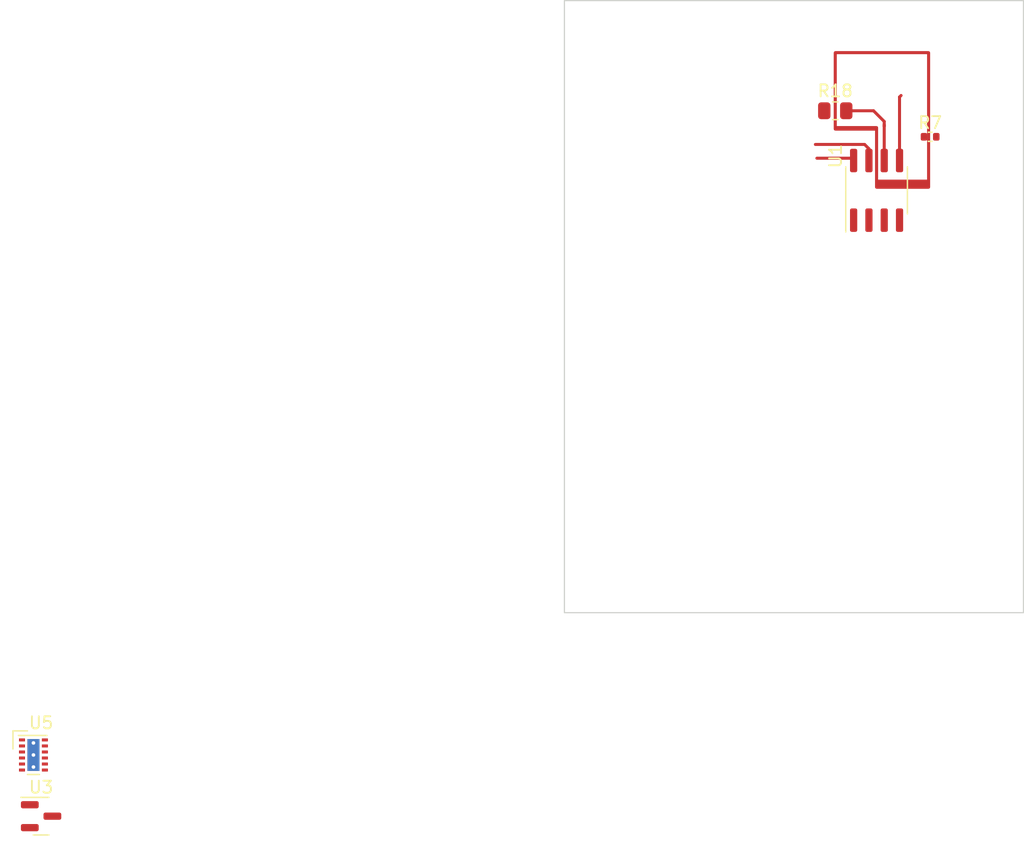
<source format=kicad_pcb>
(kicad_pcb (version 20210126) (generator pcbnew)
  (layers (0 "F.Cu" signal) (31 "B.Cu" signal) (34 "B.Paste" user) (35 "F.Paste" user) (36 "B.SilkS" user "B.Silkscreen") (37 "F.SilkS" user "F.Silkscreen") (38 "B.Mask" user) (39 "F.Mask" user) (44 "Edge.Cuts" user))
  (net 0 "")
  (net 1 "Net-(R10-Pad1)")
  (net 2 "+2V5")
  (net 3 "Net-(R10-Pad2)")
  (net 4 "-2V5")
  (net 5 "Net-(R8-Pad2)")
  (net 6 "GNDA")
  (net 7 "VREF")
  (net 8 "+3V0")
  (net 9 "Net-(R18-Pad2)")
  (net 11 "Net-(R7-Pad2)")
  (net 12 "Net-(R13-Pad1)")
  (net 13 "Net-(R14-Pad2)")
  (net 15 "+3V3")
  (net 16 "Net-(C16-Pad1)")
  (net 17 "Net-(R15-Pad2)")
  (net 18 "Net-(R15-Pad1)")
  (net 19 "Net-(C15-Pad1)")
  (net 20 "Net-(C15-Pad2)")
  (net 21 "Net-(R14-Pad1)")
  (net 22 "/GUARD")
  (footprint "Package_SO:SOIC-8_3.9x4.9mm_P1.27mm" (layer "F.Cu") (at 25.908 15.748 90)
    (fp_text reference "U1" (at 2.8448 -3.4036 90) (layer "F.SilkS"))
    (fp_text value "LMC662")
    (fp_line (start 0 2.56) (end 1.95 2.56) (layer "F.SilkS") (width 0.12))
    (fp_line (start 0 -2.56) (end 1.95 -2.56) (layer "F.SilkS") (width 0.12))
    (fp_line (start 0 -2.56) (end -3.45 -2.56) (layer "F.SilkS") (width 0.12))
    (fp_line (start 0 2.56) (end -1.95 2.56) (layer "F.SilkS") (width 0.12))
    (pad "1" smd roundrect (at -2.475 -1.905 90) (size 1.95 0.6) (layers "F.Cu" "F.Paste" "F.Mask") (net 11 "Net-(R7-Pad2)"))
    (pad "2" smd roundrect (at -2.475 -0.635 90) (size 1.95 0.6) (layers "F.Cu" "F.Paste" "F.Mask") (net 11 "Net-(R7-Pad2)"))
    (pad "3" smd roundrect (at -2.475 0.635 90) (size 1.95 0.6) (layers "F.Cu" "F.Paste" "F.Mask") (net 1 "Net-(R10-Pad1)"))
    (pad "4" smd roundrect (at -2.475 1.905 90) (size 1.95 0.6) (layers "F.Cu" "F.Paste" "F.Mask") (net 4 "-2V5"))
    (pad "5" smd roundrect (at 2.475 1.905 90) (size 1.95 0.6) (layers "F.Cu" "F.Paste" "F.Mask") (net 5 "Net-(R8-Pad2)"))
    (pad "6" smd roundrect (at 2.475 0.635 90) (size 1.95 0.6) (layers "F.Cu" "F.Paste" "F.Mask") (net 9 "Net-(R18-Pad2)"))
    (pad "7" smd roundrect (at 2.475 -0.635 90) (size 1.95 0.6) (layers "F.Cu" "F.Paste" "F.Mask") (net 3 "Net-(R10-Pad2)"))
    (pad "8" smd roundrect (at 2.475 -1.905 90) (size 1.95 0.6) (layers "F.Cu" "F.Paste" "F.Mask") (net 2 "+2V5"))
  )
  (footprint "Resistor_SMD:R_0402_1005Metric" (layer "F.Cu") (at 30.353 11.303)
    (fp_text reference "R7" (at 0 -1.17) (layer "F.SilkS"))
    (fp_text value "100R")
    (fp_line (start -0.153641 -0.38) (end 0.153641 -0.38) (layer "F.SilkS") (width 0.12))
    (fp_line (start -0.153641 0.38) (end 0.153641 0.38) (layer "F.SilkS") (width 0.12))
    (pad "1" smd roundrect (at -0.51 0) (size 0.54 0.64) (layers "F.Cu" "F.Paste" "F.Mask") (net 22 "/GUARD"))
    (pad "2" smd roundrect (at 0.51 0) (size 0.54 0.64) (layers "F.Cu" "F.Paste" "F.Mask") (net 11 "Net-(R7-Pad2)"))
  )
  (footprint "Resistor_SMD:R_0805_2012Metric" (layer "F.Cu") (at 22.479 9.144)
    (fp_text reference "R18" (at 0 -1.65) (layer "F.SilkS"))
    (fp_text value "0R0")
    (fp_line (start -0.227064 0.735) (end 0.227064 0.735) (layer "F.SilkS") (width 0.12))
    (fp_line (start -0.227064 -0.735) (end 0.227064 -0.735) (layer "F.SilkS") (width 0.12))
    (pad "1" smd roundrect (at -0.9125 0) (size 1.025 1.4) (layers "F.Cu" "F.Paste" "F.Mask") (roundrect_rratio 0.243902) (net 1 "Net-(R10-Pad1)"))
    (pad "2" smd roundrect (at 0.9125 0) (size 1.025 1.4) (layers "F.Cu" "F.Paste" "F.Mask") (roundrect_rratio 0.243902) (net 9 "Net-(R18-Pad2)"))
  )
  (footprint "Package_TO_SOT_SMD:SOT-23" (layer "F.Cu") (at -43.434 67.691)
    (fp_text reference "U3" (at 0 -2.4) (layer "F.SilkS"))
    (fp_text value "REF3020")
    (fp_line (start 0 -1.56) (end 0.65 -1.56) (layer "F.SilkS") (width 0.12))
    (fp_line (start 0 -1.56) (end -1.675 -1.56) (layer "F.SilkS") (width 0.12))
    (fp_line (start 0 1.56) (end 0.65 1.56) (layer "F.SilkS") (width 0.12))
    (fp_line (start 0 1.56) (end -0.65 1.56) (layer "F.SilkS") (width 0.12))
    (pad "1" smd roundrect (at -0.9375 -0.95) (size 1.475 0.6) (layers "F.Cu" "F.Paste" "F.Mask") (net 8 "+3V0"))
    (pad "2" smd roundrect (at -0.9375 0.95) (size 1.475 0.6) (layers "F.Cu" "F.Paste" "F.Mask") (net 7 "VREF"))
    (pad "3" smd roundrect (at 0.9375 0) (size 1.475 0.6) (layers "F.Cu" "F.Paste" "F.Mask") (net 6 "GNDA"))
  )
  (footprint "Package_SON:WSON-12-1EP_3x2mm_P0.5mm_EP1x2.65_ThermalVias" (layer "F.Cu") (at -44.069 62.611)
    (fp_text reference "U5" (at 0.635 -2.667) (layer "F.SilkS"))
    (fp_text value "LM27762")
    (fp_line (start -1.7 -2) (end -0.5 -2) (layer "F.SilkS") (width 0.12))
    (fp_line (start -1.25 -1.62) (end 1.12 -1.62) (layer "F.SilkS") (width 0.12))
    (fp_line (start 0.5 1.62) (end -0.5 1.62) (layer "F.SilkS") (width 0.12))
    (fp_line (start -1.7 -0.5) (end -1.7 -2) (layer "F.SilkS") (width 0.12))
    (pad "1" smd rect (at -0.95 -1.25) (size 0.5 0.25) (layers "F.Cu" "F.Paste" "F.Mask") (net 12 "Net-(R13-Pad1)"))
    (pad "2" smd rect (at -0.95 -0.75) (size 0.5 0.25) (layers "F.Cu" "F.Paste" "F.Mask") (net 13 "Net-(R14-Pad2)"))
    (pad "3" smd rect (at -0.95 -0.25) (size 0.5 0.25) (layers "F.Cu" "F.Paste" "F.Mask") (net 15 "+3V3"))
    (pad "4" smd rect (at -0.95 0.25) (size 0.5 0.25) (layers "F.Cu" "F.Paste" "F.Mask") (net 6 "GNDA"))
    (pad "5" smd rect (at -0.95 0.75) (size 0.5 0.25) (layers "F.Cu" "F.Paste" "F.Mask") (net 16 "Net-(C16-Pad1)"))
    (pad "6" smd rect (at -0.95 1.25) (size 0.5 0.25) (layers "F.Cu" "F.Paste" "F.Mask") (net 17 "Net-(R15-Pad2)"))
    (pad "7" smd rect (at 0.95 1.25) (size 0.5 0.25) (layers "F.Cu" "F.Paste" "F.Mask") (net 18 "Net-(R15-Pad1)"))
    (pad "8" smd rect (at 0.95 0.75) (size 0.5 0.25) (layers "F.Cu" "F.Paste" "F.Mask"))
    (pad "9" smd rect (at 0.95 0.25) (size 0.5 0.25) (layers "F.Cu" "F.Paste" "F.Mask") (net 19 "Net-(C15-Pad1)"))
    (pad "10" smd rect (at 0.95 -0.25) (size 0.5 0.25) (layers "F.Cu" "F.Paste" "F.Mask") (net 20 "Net-(C15-Pad2)"))
    (pad "11" smd rect (at 0.95 -0.75) (size 0.5 0.25) (layers "F.Cu" "F.Paste" "F.Mask") (net 21 "Net-(R14-Pad1)"))
    (pad "12" smd rect (at 0.95 -1.25) (size 0.5 0.25) (layers "F.Cu" "F.Paste" "F.Mask"))
    (pad "13" smd rect (at 0 0) (size 1 2.65) (layers "F.Cu" "F.Mask") (net 6 "GNDA"))
    (pad "13" thru_hole circle (at 0 0) (size 0.6 0.6) (drill 0.3) (layers *.Cu) (net 6 "GNDA"))
    (pad "13" thru_hole circle (at 0 -1 90) (size 0.6 0.6) (drill 0.3) (layers *.Cu) (net 6 "GNDA"))
    (pad "13" thru_hole circle (at 0 1) (size 0.6 0.6) (drill 0.3) (layers *.Cu) (net 6 "GNDA"))
    (pad "13" smd rect (at 0 0) (size 1 2.65) (layers "B.Cu") (net 6 "GNDA"))
  )
  (gr_rect (start 0 0) (end 38.1 50.8) (layer "Edge.Cuts") (width 0.1) (fill none))
  (segment (start 24.003 13.208) (end 23.876 13.081) (width 0.25) (layer "F.Cu") (net 2))
  (segment (start 23.876 13.081) (end 20.955 13.081) (width 0.25) (layer "F.Cu") (net 2))
  (segment (start 24.003 13.273) (end 24.003 13.208) (width 0.25) (layer "F.Cu") (net 2))
  (segment (start 25.273 13.273) (end 25.273 12.827) (width 0.25) (layer "F.Cu") (net 3))
  (segment (start 25.273 13.273) (end 25.273 12.298) (width 0.25) (layer "F.Cu") (net 3))
  (segment (start 24.913 11.938) (end 20.828 11.938) (width 0.25) (layer "F.Cu") (net 3))
  (segment (start 25.273 12.298) (end 24.913 11.938) (width 0.25) (layer "F.Cu") (net 3))
  (segment (start 27.875 13.273) (end 27.94 13.208) (width 0.25) (layer "F.Cu") (net 5))
  (segment (start 27.813 8.001) (end 27.94 7.874) (width 0.25) (layer "F.Cu") (net 5))
  (segment (start 27.813 13.273) (end 27.875 13.273) (width 0.25) (layer "F.Cu") (net 5))
  (segment (start 27.813 13.273) (end 27.813 8.001) (width 0.25) (layer "F.Cu") (net 5))
  (segment (start 26.543 10.414) (end 26.543 13.273) (width 0.25) (layer "F.Cu") (net 9))
  (segment (start 23.3915 9.144) (end 25.654 9.144) (width 0.25) (layer "F.Cu") (net 9))
  (segment (start 26.543 10.033) (end 26.543 10.414) (width 0.25) (layer "F.Cu") (net 9))
  (segment (start 25.654 9.144) (end 26.543 10.033) (width 0.25) (layer "F.Cu") (net 9))
  (segment (start 26.543 10.287) (end 26.543 10.414) (width 0.25) (layer "F.Cu") (net 9))
  (zone (net 0) (net_name "") (layer "F.Cu") (connect_pads yes (clearance 0)) (min_thickness 0.25)
    (keepout (tracks allowed) (vias allowed) (pads allowed) (copperpour not_allowed) (footprints allowed))
    (fill (thermal_gap 0.508) (thermal_bridge_width 0.508))
    (polygon (pts (xy 30.099 14.859) (xy 26.035 14.859) (xy 26.035 10.414) (xy 22.606 10.414) (xy 22.606 4.445) (xy 30.099 4.445)))
  )
  (zone (net 22) (net_name "/GUARD") (layer "F.Cu") (connect_pads yes (clearance 0.127)) (min_thickness 0.254) (fill yes (thermal_gap 0.508) (thermal_bridge_width 0.508) (smoothing fillet) (radius 0.127))
    (polygon (pts (xy 30.353 15.621) (xy 25.781 15.621) (xy 25.781 10.795) (xy 23.749 10.795) (xy 22.352 10.795) (xy 22.352 4.191) (xy 30.353 4.191)))
  )
)
</source>
